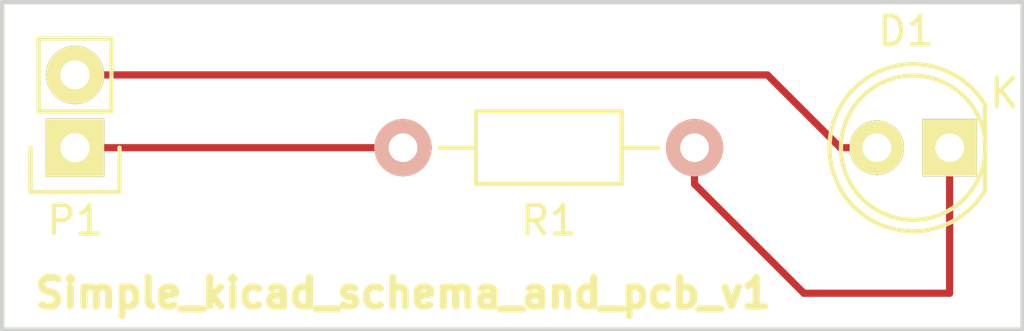
<source format=kicad_pcb>

(kicad_pcb
  (version 4)
  (host pcbnew 4.0.1-stable)
  (general
    (links 3)
    (no_connects 0)
    (area 105.334999 83.711 141.045001 95.325001)
    (thickness 1.6)
    (drawings 6)
    (tracks 8)
    (zones 0)
    (modules 3)
    (nets 4))
  (page A4)
  (layers
    (0 F.Cu signal)
    (31 B.Cu signal)
    (32 B.Adhes user)
    (33 F.Adhes user)
    (34 B.Paste user)
    (35 F.Paste user)
    (36 B.SilkS user)
    (37 F.SilkS user)
    (38 B.Mask user)
    (39 F.Mask user)
    (40 Dwgs.User user)
    (41 Cmts.User user)
    (42 Eco1.User user)
    (43 Eco2.User user)
    (44 Edge.Cuts user)
    (45 Margin user)
    (46 B.CrtYd user)
    (47 F.CrtYd user)
    (48 B.Fab user)
    (49 F.Fab user))
  (setup
    (last_trace_width 0.25)
    (trace_clearance 0.2)
    (zone_clearance 0.508)
    (zone_45_only no)
    (trace_min 0.2)
    (segment_width 0.2)
    (edge_width 0.15)
    (via_size 0.6)
    (via_drill 0.4)
    (via_min_size 0.4)
    (via_min_drill 0.3)
    (uvia_size 0.3)
    (uvia_drill 0.1)
    (uvias_allowed no)
    (uvia_min_size 0.2)
    (uvia_min_drill 0.1)
    (pcb_text_width 0.3)
    (pcb_text_size 1.5 1.5)
    (mod_edge_width 0.15)
    (mod_text_size 1 1)
    (mod_text_width 0.15)
    (pad_size 1.524 1.524)
    (pad_drill 0.762)
    (pad_to_mask_clearance 0.2)
    (aux_axis_origin 0 0)
    (visible_elements FFFFFF7F)
    (pcbplotparams
      (layerselection 0x010f0_80000001)
      (usegerberextensions true)
      (excludeedgelayer true)
      (linewidth 0.1)
      (plotframeref false)
      (viasonmask false)
      (mode 1)
      (useauxorigin false)
      (hpglpennumber 1)
      (hpglpenspeed 20)
      (hpglpendiameter 15)
      (hpglpenoverlay 2)
      (psnegative false)
      (psa4output false)
      (plotreference true)
      (plotvalue true)
      (plotinvisibletext false)
      (padsonsilk false)
      (subtractmaskfromsilk false)
      (outputformat 1)
      (mirror false)
      (drillshape 0)
      (scaleselection 1)
      (outputdirectory output/simple_kicad_schema_and_pcb_v1/)))
  (net 0 "")
  (net 1 "Net-(D1-Pad1)")
  (net 2 GND)
  (net 3 VCC)
  (net_class Default "This is the default net class."
    (clearance 0.2)
    (trace_width 0.25)
    (via_dia 0.6)
    (via_drill 0.4)
    (uvia_dia 0.3)
    (uvia_drill 0.1)
    (add_net GND)
    (add_net "Net-(D1-Pad1)")
    (add_net VCC))
  (module LEDs:LED-5MM
    (layer F.Cu)
    (tedit 5570F7EA)
    (tstamp 5688412A)
    (at 138.43 88.9 180)
    (descr "LED 5mm round vertical")
    (tags "LED 5mm round vertical")
    (path /56883C38)
    (fp_text reference D1
      (at 1.524 4.064 180)
      (layer F.SilkS)
      (effects
        (font
          (size 1 1)
          (thickness 0.15))))
    (fp_text value LED
      (at 1.524 -3.937 180)
      (layer F.Fab)
      (effects
        (font
          (size 1 1)
          (thickness 0.15))))
    (fp_text user K
      (at -1.905 1.905 180)
      (layer F.SilkS)
      (effects
        (font
          (size 1 1)
          (thickness 0.15))))
    (fp_line
      (start -1.5 -1.55)
      (end -1.5 1.55)
      (layer F.CrtYd)
      (width 0.05))
    (fp_line
      (start -1.23 1.5)
      (end -1.23 -1.5)
      (layer F.SilkS)
      (width 0.15))
    (fp_arc
      (start 1.3 0)
      (end -1.5 1.55)
      (angle -302)
      (layer F.CrtYd)
      (width 0.05))
    (fp_arc
      (start 1.27 0)
      (end -1.23 -1.5)
      (angle 297.5)
      (layer F.SilkS)
      (width 0.15))
    (fp_circle
      (center 1.27 0)
      (end 0.97 -2.5)
      (layer F.SilkS)
      (width 0.15))
    (pad 1 thru_hole rect
      (at 0 0 270)
      (size 2 1.9)
      (drill 1.00076)
      (layers *.Cu *.Mask F.SilkS)
      (net 1 "Net-(D1-Pad1)"))
    (pad 2 thru_hole circle
      (at 2.54 0 180)
      (size 1.9 1.9)
      (drill 1.00076)
      (layers *.Cu *.Mask F.SilkS)
      (net 2 GND))
    (model LEDs.3dshapes/LED-5MM.wrl
      (at
        (xyz 0.05 0 0))
      (scale
        (xyz 1 1 1))
      (rotate
        (xyz 0 0 90))))
  (module Pin_Headers:Pin_Header_Straight_1x02
    (layer F.Cu)
    (tedit 56884778)
    (tstamp 56884130)
    (at 107.95 88.9 180)
    (descr "Through hole pin header")
    (tags "pin header")
    (path /56883E2A)
    (fp_text reference P1
      (at 0 -2.54 180)
      (layer F.SilkS)
      (effects
        (font
          (size 1 1)
          (thickness 0.15))))
    (fp_text value Power
      (at -3.81 2.54 180)
      (layer F.Fab)
      (effects
        (font
          (size 1 1)
          (thickness 0.15))))
    (fp_line
      (start 1.27 1.27)
      (end 1.27 3.81)
      (layer F.SilkS)
      (width 0.15))
    (fp_line
      (start 1.55 -1.55)
      (end 1.55 0)
      (layer F.SilkS)
      (width 0.15))
    (fp_line
      (start -1.75 -1.75)
      (end -1.75 4.3)
      (layer F.CrtYd)
      (width 0.05))
    (fp_line
      (start 1.75 -1.75)
      (end 1.75 4.3)
      (layer F.CrtYd)
      (width 0.05))
    (fp_line
      (start -1.75 -1.75)
      (end 1.75 -1.75)
      (layer F.CrtYd)
      (width 0.05))
    (fp_line
      (start -1.75 4.3)
      (end 1.75 4.3)
      (layer F.CrtYd)
      (width 0.05))
    (fp_line
      (start 1.27 1.27)
      (end -1.27 1.27)
      (layer F.SilkS)
      (width 0.15))
    (fp_line
      (start -1.55 0)
      (end -1.55 -1.55)
      (layer F.SilkS)
      (width 0.15))
    (fp_line
      (start -1.55 -1.55)
      (end 1.55 -1.55)
      (layer F.SilkS)
      (width 0.15))
    (fp_line
      (start -1.27 1.27)
      (end -1.27 3.81)
      (layer F.SilkS)
      (width 0.15))
    (fp_line
      (start -1.27 3.81)
      (end 1.27 3.81)
      (layer F.SilkS)
      (width 0.15))
    (pad 1 thru_hole rect
      (at 0 0 180)
      (size 2.032 2.032)
      (drill 1.016)
      (layers *.Cu *.Mask F.SilkS)
      (net 3 VCC))
    (pad 2 thru_hole oval
      (at 0 2.54 180)
      (size 2.032 2.032)
      (drill 1.016)
      (layers *.Cu *.Mask F.SilkS)
      (net 2 GND))
    (model Pin_Headers.3dshapes/Pin_Header_Straight_1x02.wrl
      (at
        (xyz 0 -0.05 0))
      (scale
        (xyz 1 1 1))
      (rotate
        (xyz 0 0 90))))
  (module Resistors_ThroughHole:Resistor_Horizontal_RM10mm
    (layer F.Cu)
    (tedit 56884699)
    (tstamp 56884136)
    (at 124.46 88.9 180)
    (descr "Resistor, Axial,  RM 10mm, 1/3W,")
    (tags "Resistor, Axial, RM 10mm, 1/3W,")
    (path /56883BF9)
    (fp_text reference R1
      (at 0 -2.54 180)
      (layer F.SilkS)
      (effects
        (font
          (size 1 1)
          (thickness 0.15))))
    (fp_text value 330
      (at 0 0 180)
      (layer F.Fab)
      (effects
        (font
          (size 1 1)
          (thickness 0.15))))
    (fp_line
      (start -2.54 -1.27)
      (end 2.54 -1.27)
      (layer F.SilkS)
      (width 0.15))
    (fp_line
      (start 2.54 -1.27)
      (end 2.54 1.27)
      (layer F.SilkS)
      (width 0.15))
    (fp_line
      (start 2.54 1.27)
      (end -2.54 1.27)
      (layer F.SilkS)
      (width 0.15))
    (fp_line
      (start -2.54 1.27)
      (end -2.54 -1.27)
      (layer F.SilkS)
      (width 0.15))
    (fp_line
      (start -2.54 0)
      (end -3.81 0)
      (layer F.SilkS)
      (width 0.15))
    (fp_line
      (start 2.54 0)
      (end 3.81 0)
      (layer F.SilkS)
      (width 0.15))
    (pad 1 thru_hole circle
      (at -5.08 0 180)
      (size 1.99898 1.99898)
      (drill 1.00076)
      (layers *.Cu *.SilkS *.Mask)
      (net 1 "Net-(D1-Pad1)"))
    (pad 2 thru_hole circle
      (at 5.08 0 180)
      (size 1.99898 1.99898)
      (drill 1.00076)
      (layers *.Cu *.SilkS *.Mask)
      (net 3 VCC))
    (model Resistors_ThroughHole.3dshapes/Resistor_Horizontal_RM10mm.wrl
      (at
        (xyz 0 0 0))
      (scale
        (xyz 0.4 0.4 0.4))
      (rotate
        (xyz 0 0 0))))
  (gr_line
    (start 105.41 95.25)
    (end 140.97 95.25)
    (angle 90)
    (layer Edge.Cuts)
    (width 0.15))
  (gr_line
    (start 105.41 83.82)
    (end 105.41 95.25)
    (angle 90)
    (layer Edge.Cuts)
    (width 0.15))
  (gr_line
    (start 140.97 83.82)
    (end 105.41 83.82)
    (angle 90)
    (layer Edge.Cuts)
    (width 0.15))
  (gr_line
    (start 140.97 83.82)
    (end 140.97 95.25)
    (angle 90)
    (layer Edge.Cuts)
    (width 0.15))
  (gr_line
    (start 105.41 83.82)
    (end 105.41 95.25)
    (angle 90)
    (layer Edge.Cuts)
    (width 0.15))
  (gr_text Simple_kicad_schema_and_pcb_v1
    (at 119.38 93.98)
    (layer F.SilkS)
    (effects
      (font
        (size 1 1)
        (thickness 0.25))))
  (segment
    (start 129.54 88.9)
    (end 129.54 90.17)
    (width 0.25)
    (layer F.Cu)
    (net 1))
  (segment
    (start 138.43 93.98)
    (end 138.43 88.9)
    (width 0.25)
    (layer F.Cu)
    (net 1)
    (tstamp 5688447A))
  (segment
    (start 133.35 93.98)
    (end 138.43 93.98)
    (width 0.25)
    (layer F.Cu)
    (net 1)
    (tstamp 56884478))
  (segment
    (start 129.54 90.17)
    (end 133.35 93.98)
    (width 0.25)
    (layer F.Cu)
    (net 1)
    (tstamp 56884472))
  (segment
    (start 135.89 88.9)
    (end 134.62 88.9)
    (width 0.25)
    (layer F.Cu)
    (net 2))
  (segment
    (start 132.08 86.36)
    (end 107.95 86.36)
    (width 0.25)
    (layer F.Cu)
    (net 2)
    (tstamp 56884486)
    (status 20))
  (segment
    (start 134.62 88.9)
    (end 132.08 86.36)
    (width 0.25)
    (layer F.Cu)
    (net 2)
    (tstamp 56884483))
  (segment
    (start 107.95 88.9)
    (end 119.38 88.9)
    (width 0.25)
    (layer F.Cu)
    (net 3)
    (status 10)))
</source>
